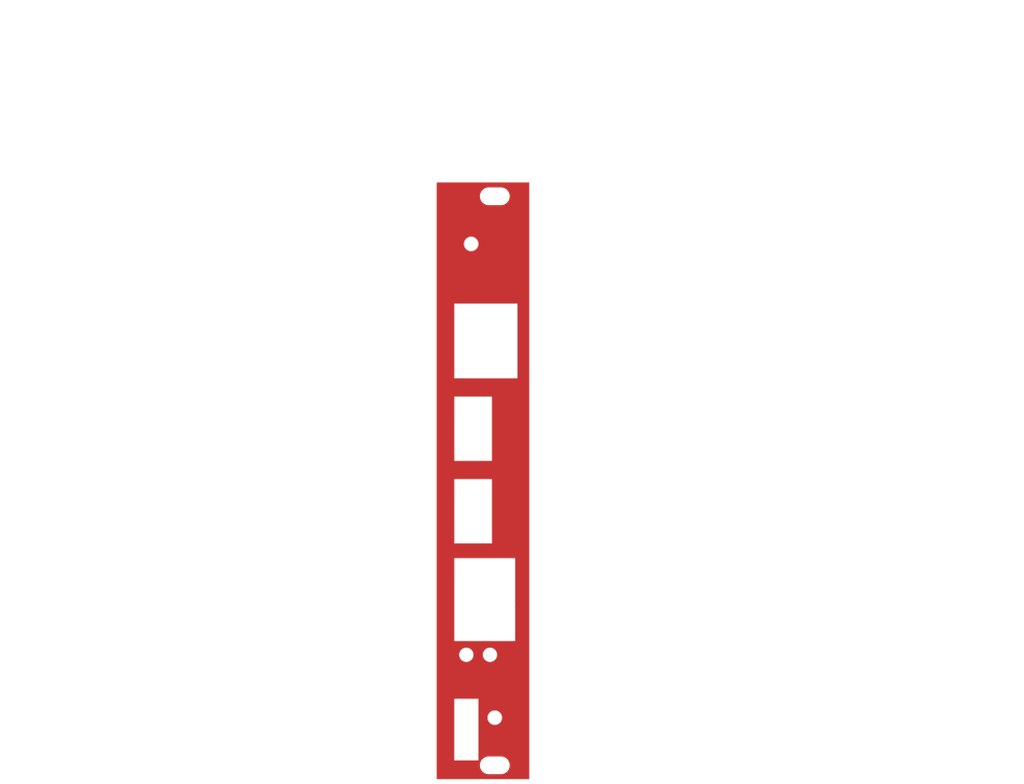
<source format=kicad_pcb>
(kicad_pcb (version 20221018) (generator pcbnew)
  (title_block (title "Eurocard faceplate for Raspberry Pi 5 and Elma extractor") (date "2024-01-15") (rev "1") (company "WorlickWerx") (comment 1 "Coffee to Marten Electric by Martin Niec; www.martenelectric.cz; martenelectric@gmail.com") (comment 2 "Creative Commons Attribution 4.0 International license. CC-BY-4.0") (comment 3 "PCB dimensions: 20x128mm, 1 layer Aluminium"))
  (layers (0 "F.Cu" signal) (31 "B.Cu" signal) (34 "B.Paste" user) (35 "F.Paste" user) (36 "B.SilkS" user "B.Silkscreen") (37 "F.SilkS" user "F.Silkscreen") (38 "B.Mask" user) (39 "F.Mask" user) (44 "Edge.Cuts" user))
  (net 0 "")
  (footprint "Marten Atomics Logo 1" (layer "F.Cu") (at 0 0)
    (fp_text reference "REF**" hide)
    (fp_text value "Marten Atomics Logo 1" hide)
  )
  (footprint "Marten Atomics Logo 1" (layer "F.Cu") (at 0 0)
    (fp_text reference "REF**" hide)
    (fp_text value "Marten Atomics Logo 1" hide)
  )
  (footprint "Marten Atomics Logo 1" (layer "F.Cu") (at 0 0)
    (fp_text reference "REF**" hide)
    (fp_text value "Marten Atomics Logo 1" hide)
  )
  (footprint "MountingHole:MountingHole_2.7mm" (layer "F.Cu") (at 106.1112 41.9696 180)
    (fp_text reference "H1" hide)
    (fp_text value "MountingHole_Pad" hide)
    (pad "" np_thru_hole oval (at 0 0 180) (size 5.9 3.3) (drill oval 5.9 3.3) (layers "F.Cu"))
  )
  (footprint "MountingHole:MountingHole_2.7mm" (layer "F.Cu") (at 106.1112 164.3696 180)
    (fp_text reference "H1" hide)
    (fp_text value "MountingHole_Pad" hide)
    (pad "" np_thru_hole oval (at 0 0 180) (size 5.9 3.3) (drill oval 5.9 3.3) (layers "F.Cu"))
  )
  (footprint "Library:pi5face" (layer "B.Cu") (at 97.4512 144.3416 90)
    (fp_text reference "REF**" hide)
    (fp_text value "piface" hide)
    (fp_rect (start 14.05 12.85) (end 14.05 12.96) (stroke (width 0.12)) (fill none) (layer "B.SilkS"))
    (fp_rect (start 6.75 13) (end 24.5 0) (stroke (width 0.12)) (fill none) (layer "Edge.Cuts"))
    (fp_rect (start 27.75 0) (end 41.5 8) (stroke (width 0.12)) (fill none) (layer "Edge.Cuts"))
    (fp_rect (start 45.5 0) (end 59.25 8) (stroke (width 0.12)) (fill none) (layer "Edge.Cuts"))
    (fp_rect (start 63.25 0) (end 79.25 13.5) (stroke (width 0.12)) (fill none) (layer "Edge.Cuts"))
    (fp_circle (center 3.75 2.54) (end 5.25 2.54) (stroke (width 0.12)) (fill none) (layer "Edge.Cuts"))
    (fp_circle (center 3.75 7.62) (end 5.25 7.62) (stroke (width 0.12)) (fill none) (layer "Edge.Cuts"))
  )
  (gr_line (start 93.5812 167.3696) (end 93.5812 38.9696) (stroke (width 0.05)) (layer "Edge.Cuts"))
  (gr_line (start 113.5612 167.3696) (end 93.5812 167.3696) (stroke (width 0.05)) (layer "Edge.Cuts"))
  (gr_line (start 93.5812 38.9696) (end 113.5612 38.9696) (stroke (width 0.05)) (layer "Edge.Cuts"))
  (gr_line (start 113.5612 38.9696) (end 113.5612 167.3696) (stroke (width 0.05)) (layer "Edge.Cuts"))
  (gr_circle (center 101.0312 52.2196) (end 99.5312 52.2196) (stroke (width 0.2)) (fill none) (layer "Edge.Cuts"))
  (gr_rect (start 97.4512 150.1296) (end 102.5312 163.2296) (stroke (width 0.2)) (fill none) (layer "Edge.Cuts"))
  (gr_circle (center 106.1112 154.1196) (end 104.6112 154.1196) (stroke (width 0.2)) (fill none) (layer "Edge.Cuts"))
  (zone (net 0) (net_name "") (layer "F.Cu") (connect_pads (clearance 0.508)) (min_thickness 0.254) (fill yes (thermal_gap 0.508) (thermal_bridge_width 0.508))
    (polygon (pts (xy 92.5612 38.3696) (xy 114.5612 38.3696) (xy 114.5612 168.3696) (xy 92.5612 168.3696)))
  )
)
</source>
